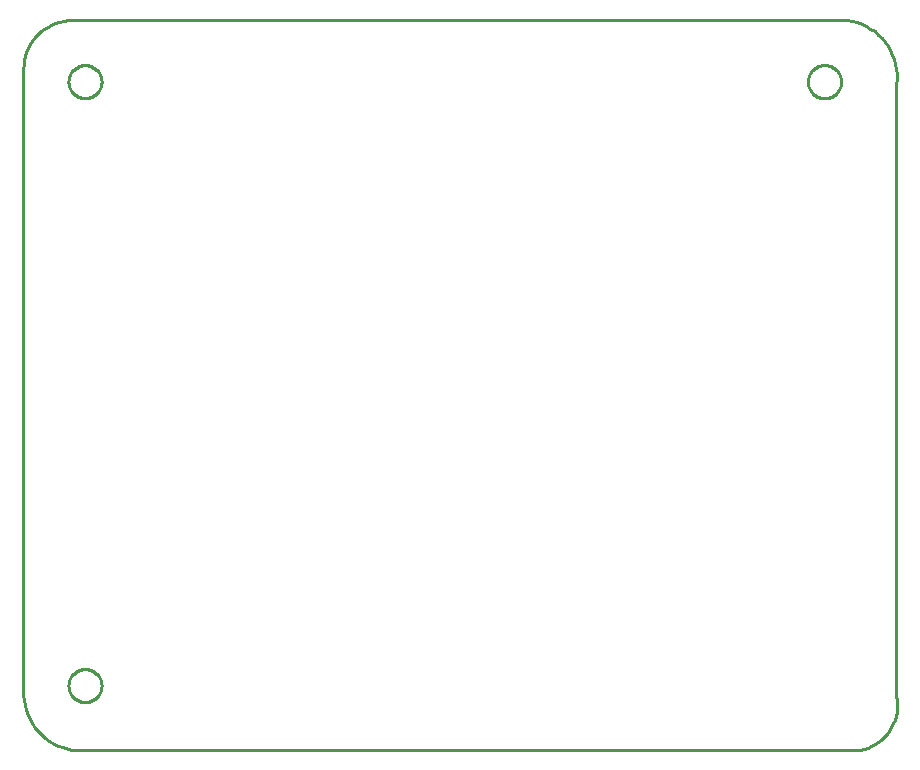
<source format=gbr>
G04 EAGLE Gerber RS-274X export*
G75*
%MOMM*%
%FSLAX34Y34*%
%LPD*%
%IN*%
%IPPOS*%
%AMOC8*
5,1,8,0,0,1.08239X$1,22.5*%
G01*
%ADD10C,0.254000*%


D10*
X0Y46932D02*
X-38Y42721D01*
X291Y38523D01*
X985Y34370D01*
X2038Y30293D01*
X3443Y26323D01*
X5188Y22491D01*
X7260Y18825D01*
X9645Y15354D01*
X12322Y12104D01*
X15273Y9100D01*
X18474Y6364D01*
X21901Y3918D01*
X25529Y1780D01*
X29329Y-34D01*
X33273Y-1510D01*
X37331Y-2637D01*
X41471Y-3405D01*
X45662Y-3810D01*
X708129Y-3810D01*
X711446Y-3000D01*
X714680Y-1904D01*
X717806Y-530D01*
X720800Y1111D01*
X723640Y3007D01*
X726304Y5143D01*
X728771Y7504D01*
X731024Y10070D01*
X733044Y12823D01*
X734816Y15741D01*
X736328Y18803D01*
X737567Y21985D01*
X738523Y25262D01*
X739191Y28611D01*
X739564Y32005D01*
X739640Y35419D01*
X739418Y38826D01*
X738900Y42201D01*
X738900Y560253D01*
X739272Y564435D01*
X739278Y568632D01*
X738918Y572815D01*
X738195Y576950D01*
X737115Y581006D01*
X735685Y584952D01*
X733916Y588759D01*
X731823Y592398D01*
X729420Y595840D01*
X726727Y599059D01*
X723763Y602032D01*
X720551Y604735D01*
X717116Y607148D01*
X713484Y609252D01*
X709682Y611031D01*
X705739Y612473D01*
X701686Y613565D01*
X697553Y614300D01*
X41026Y614300D01*
X37450Y614144D01*
X33902Y613677D01*
X30408Y612902D01*
X26994Y611826D01*
X23688Y610456D01*
X20513Y608804D01*
X17494Y606881D01*
X14655Y604702D01*
X12016Y602284D01*
X9598Y599645D01*
X7419Y596806D01*
X5496Y593787D01*
X3844Y590612D01*
X2474Y587306D01*
X1398Y583892D01*
X623Y580398D01*
X156Y576850D01*
X0Y573274D01*
X0Y46932D01*
X66070Y561602D02*
X65999Y560605D01*
X65856Y559615D01*
X65644Y558638D01*
X65362Y557678D01*
X65013Y556741D01*
X64597Y555831D01*
X64118Y554954D01*
X63577Y554112D01*
X62978Y553312D01*
X62323Y552556D01*
X61616Y551849D01*
X60860Y551194D01*
X60060Y550595D01*
X59218Y550054D01*
X58341Y549575D01*
X57431Y549159D01*
X56494Y548810D01*
X55535Y548528D01*
X54557Y548316D01*
X53568Y548173D01*
X52570Y548102D01*
X51570Y548102D01*
X50573Y548173D01*
X49583Y548316D01*
X48606Y548528D01*
X47646Y548810D01*
X46709Y549159D01*
X45799Y549575D01*
X44922Y550054D01*
X44080Y550595D01*
X43280Y551194D01*
X42524Y551849D01*
X41817Y552556D01*
X41162Y553312D01*
X40563Y554112D01*
X40022Y554954D01*
X39543Y555831D01*
X39127Y556741D01*
X38778Y557678D01*
X38496Y558638D01*
X38284Y559615D01*
X38141Y560605D01*
X38070Y561602D01*
X38070Y562602D01*
X38141Y563600D01*
X38284Y564589D01*
X38496Y565567D01*
X38778Y566526D01*
X39127Y567463D01*
X39543Y568373D01*
X40022Y569250D01*
X40563Y570092D01*
X41162Y570892D01*
X41817Y571648D01*
X42524Y572355D01*
X43280Y573010D01*
X44080Y573609D01*
X44922Y574150D01*
X45799Y574629D01*
X46709Y575045D01*
X47646Y575394D01*
X48606Y575676D01*
X49583Y575888D01*
X50573Y576031D01*
X51570Y576102D01*
X52570Y576102D01*
X53568Y576031D01*
X54557Y575888D01*
X55535Y575676D01*
X56494Y575394D01*
X57431Y575045D01*
X58341Y574629D01*
X59218Y574150D01*
X60060Y573609D01*
X60860Y573010D01*
X61616Y572355D01*
X62323Y571648D01*
X62978Y570892D01*
X63577Y570092D01*
X64118Y569250D01*
X64597Y568373D01*
X65013Y567463D01*
X65362Y566526D01*
X65644Y565567D01*
X65856Y564589D01*
X65999Y563600D01*
X66070Y562602D01*
X66070Y561602D01*
X692180Y561602D02*
X692109Y560605D01*
X691966Y559615D01*
X691754Y558638D01*
X691472Y557678D01*
X691123Y556741D01*
X690707Y555831D01*
X690228Y554954D01*
X689687Y554112D01*
X689088Y553312D01*
X688433Y552556D01*
X687726Y551849D01*
X686970Y551194D01*
X686170Y550595D01*
X685328Y550054D01*
X684451Y549575D01*
X683541Y549159D01*
X682604Y548810D01*
X681645Y548528D01*
X680667Y548316D01*
X679678Y548173D01*
X678680Y548102D01*
X677680Y548102D01*
X676683Y548173D01*
X675693Y548316D01*
X674716Y548528D01*
X673756Y548810D01*
X672819Y549159D01*
X671909Y549575D01*
X671032Y550054D01*
X670190Y550595D01*
X669390Y551194D01*
X668634Y551849D01*
X667927Y552556D01*
X667272Y553312D01*
X666673Y554112D01*
X666132Y554954D01*
X665653Y555831D01*
X665237Y556741D01*
X664888Y557678D01*
X664606Y558638D01*
X664394Y559615D01*
X664251Y560605D01*
X664180Y561602D01*
X664180Y562602D01*
X664251Y563600D01*
X664394Y564589D01*
X664606Y565567D01*
X664888Y566526D01*
X665237Y567463D01*
X665653Y568373D01*
X666132Y569250D01*
X666673Y570092D01*
X667272Y570892D01*
X667927Y571648D01*
X668634Y572355D01*
X669390Y573010D01*
X670190Y573609D01*
X671032Y574150D01*
X671909Y574629D01*
X672819Y575045D01*
X673756Y575394D01*
X674716Y575676D01*
X675693Y575888D01*
X676683Y576031D01*
X677680Y576102D01*
X678680Y576102D01*
X679678Y576031D01*
X680667Y575888D01*
X681645Y575676D01*
X682604Y575394D01*
X683541Y575045D01*
X684451Y574629D01*
X685328Y574150D01*
X686170Y573609D01*
X686970Y573010D01*
X687726Y572355D01*
X688433Y571648D01*
X689088Y570892D01*
X689687Y570092D01*
X690228Y569250D01*
X690707Y568373D01*
X691123Y567463D01*
X691472Y566526D01*
X691754Y565567D01*
X691966Y564589D01*
X692109Y563600D01*
X692180Y562602D01*
X692180Y561602D01*
X66070Y50300D02*
X65999Y49303D01*
X65856Y48313D01*
X65644Y47336D01*
X65362Y46376D01*
X65013Y45439D01*
X64597Y44529D01*
X64118Y43652D01*
X63577Y42810D01*
X62978Y42010D01*
X62323Y41254D01*
X61616Y40547D01*
X60860Y39892D01*
X60060Y39293D01*
X59218Y38752D01*
X58341Y38273D01*
X57431Y37857D01*
X56494Y37508D01*
X55535Y37226D01*
X54557Y37014D01*
X53568Y36871D01*
X52570Y36800D01*
X51570Y36800D01*
X50573Y36871D01*
X49583Y37014D01*
X48606Y37226D01*
X47646Y37508D01*
X46709Y37857D01*
X45799Y38273D01*
X44922Y38752D01*
X44080Y39293D01*
X43280Y39892D01*
X42524Y40547D01*
X41817Y41254D01*
X41162Y42010D01*
X40563Y42810D01*
X40022Y43652D01*
X39543Y44529D01*
X39127Y45439D01*
X38778Y46376D01*
X38496Y47336D01*
X38284Y48313D01*
X38141Y49303D01*
X38070Y50300D01*
X38070Y51300D01*
X38141Y52298D01*
X38284Y53287D01*
X38496Y54265D01*
X38778Y55224D01*
X39127Y56161D01*
X39543Y57071D01*
X40022Y57948D01*
X40563Y58790D01*
X41162Y59590D01*
X41817Y60346D01*
X42524Y61053D01*
X43280Y61708D01*
X44080Y62307D01*
X44922Y62848D01*
X45799Y63327D01*
X46709Y63743D01*
X47646Y64092D01*
X48606Y64374D01*
X49583Y64586D01*
X50573Y64729D01*
X51570Y64800D01*
X52570Y64800D01*
X53568Y64729D01*
X54557Y64586D01*
X55535Y64374D01*
X56494Y64092D01*
X57431Y63743D01*
X58341Y63327D01*
X59218Y62848D01*
X60060Y62307D01*
X60860Y61708D01*
X61616Y61053D01*
X62323Y60346D01*
X62978Y59590D01*
X63577Y58790D01*
X64118Y57948D01*
X64597Y57071D01*
X65013Y56161D01*
X65362Y55224D01*
X65644Y54265D01*
X65856Y53287D01*
X65999Y52298D01*
X66070Y51300D01*
X66070Y50300D01*
M02*

</source>
